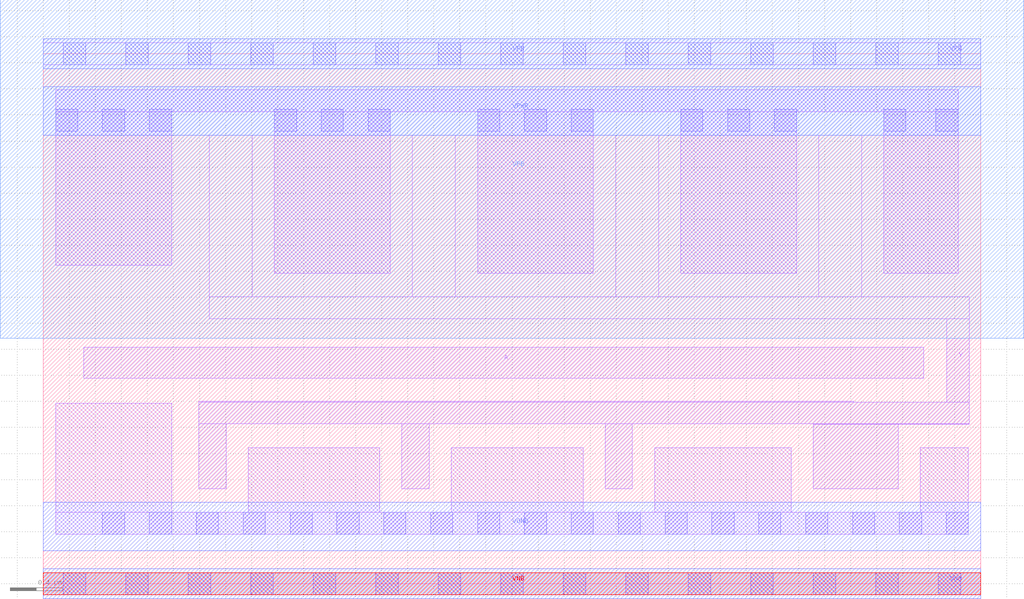
<source format=lef>
# Copyright 2020 The SkyWater PDK Authors
#
# Licensed under the Apache License, Version 2.0 (the "License");
# you may not use this file except in compliance with the License.
# You may obtain a copy of the License at
#
#     https://www.apache.org/licenses/LICENSE-2.0
#
# Unless required by applicable law or agreed to in writing, software
# distributed under the License is distributed on an "AS IS" BASIS,
# WITHOUT WARRANTIES OR CONDITIONS OF ANY KIND, either express or implied.
# See the License for the specific language governing permissions and
# limitations under the License.
#
# SPDX-License-Identifier: Apache-2.0

VERSION 5.7 ;
  NOWIREEXTENSIONATPIN ON ;
  DIVIDERCHAR "/" ;
  BUSBITCHARS "[]" ;
MACRO sky130_fd_sc_hvl__inv_8
  CLASS CORE ;
  FOREIGN sky130_fd_sc_hvl__inv_8 ;
  ORIGIN  0.000000  0.000000 ;
  SIZE  7.200000 BY  4.070000 ;
  SYMMETRY X Y ;
  SITE unithv ;
  PIN A
    ANTENNAGATEAREA  9.000000 ;
    DIRECTION INPUT ;
    USE SIGNAL ;
    PORT
      LAYER li1 ;
        RECT 0.310000 1.580000 6.760000 1.815000 ;
    END
  END A
  PIN Y
    ANTENNADIFFAREA  2.520000 ;
    DIRECTION OUTPUT ;
    USE SIGNAL ;
    PORT
      LAYER li1 ;
        RECT 1.195000 0.730000 1.405000 1.230000 ;
        RECT 1.195000 1.230000 7.110000 1.395000 ;
        RECT 1.195000 1.395000 6.225000 1.400000 ;
        RECT 1.275000 2.035000 7.110000 2.205000 ;
        RECT 1.275000 2.205000 1.605000 3.445000 ;
        RECT 2.755000 0.730000 2.965000 1.230000 ;
        RECT 2.835000 2.205000 3.165000 3.445000 ;
        RECT 4.315000 0.730000 4.525000 1.230000 ;
        RECT 4.395000 2.205000 4.725000 3.445000 ;
        RECT 5.915000 0.730000 6.565000 1.225000 ;
        RECT 5.915000 1.225000 7.110000 1.230000 ;
        RECT 5.955000 2.205000 6.285000 3.445000 ;
        RECT 6.940000 1.395000 7.110000 2.035000 ;
    END
  END Y
  PIN VGND
    DIRECTION INOUT ;
    USE GROUND ;
    PORT
      LAYER met1 ;
        RECT 0.000000 0.255000 7.200000 0.625000 ;
    END
  END VGND
  PIN VNB
    DIRECTION INOUT ;
    USE GROUND ;
    PORT
      LAYER li1 ;
        RECT 0.000000 -0.085000 7.200000 0.085000 ;
      LAYER mcon ;
        RECT 0.155000 -0.085000 0.325000 0.085000 ;
        RECT 0.635000 -0.085000 0.805000 0.085000 ;
        RECT 1.115000 -0.085000 1.285000 0.085000 ;
        RECT 1.595000 -0.085000 1.765000 0.085000 ;
        RECT 2.075000 -0.085000 2.245000 0.085000 ;
        RECT 2.555000 -0.085000 2.725000 0.085000 ;
        RECT 3.035000 -0.085000 3.205000 0.085000 ;
        RECT 3.515000 -0.085000 3.685000 0.085000 ;
        RECT 3.995000 -0.085000 4.165000 0.085000 ;
        RECT 4.475000 -0.085000 4.645000 0.085000 ;
        RECT 4.955000 -0.085000 5.125000 0.085000 ;
        RECT 5.435000 -0.085000 5.605000 0.085000 ;
        RECT 5.915000 -0.085000 6.085000 0.085000 ;
        RECT 6.395000 -0.085000 6.565000 0.085000 ;
        RECT 6.875000 -0.085000 7.045000 0.085000 ;
    END
    PORT
      LAYER met1 ;
        RECT 0.000000 -0.115000 7.200000 0.115000 ;
      LAYER pwell ;
        RECT 0.000000 -0.085000 7.200000 0.085000 ;
    END
  END VNB
  PIN VPB
    DIRECTION INOUT ;
    USE POWER ;
    PORT
      LAYER li1 ;
        RECT 0.000000 3.985000 7.200000 4.155000 ;
      LAYER mcon ;
        RECT 0.155000 3.985000 0.325000 4.155000 ;
        RECT 0.635000 3.985000 0.805000 4.155000 ;
        RECT 1.115000 3.985000 1.285000 4.155000 ;
        RECT 1.595000 3.985000 1.765000 4.155000 ;
        RECT 2.075000 3.985000 2.245000 4.155000 ;
        RECT 2.555000 3.985000 2.725000 4.155000 ;
        RECT 3.035000 3.985000 3.205000 4.155000 ;
        RECT 3.515000 3.985000 3.685000 4.155000 ;
        RECT 3.995000 3.985000 4.165000 4.155000 ;
        RECT 4.475000 3.985000 4.645000 4.155000 ;
        RECT 4.955000 3.985000 5.125000 4.155000 ;
        RECT 5.435000 3.985000 5.605000 4.155000 ;
        RECT 5.915000 3.985000 6.085000 4.155000 ;
        RECT 6.395000 3.985000 6.565000 4.155000 ;
        RECT 6.875000 3.985000 7.045000 4.155000 ;
    END
    PORT
      LAYER met1 ;
        RECT 0.000000 3.955000 7.200000 4.185000 ;
      LAYER nwell ;
        RECT -0.330000 1.885000 7.530000 4.485000 ;
    END
  END VPB
  PIN VPWR
    DIRECTION INOUT ;
    USE POWER ;
    PORT
      LAYER met1 ;
        RECT 0.000000 3.445000 7.200000 3.815000 ;
    END
  END VPWR
  OBS
    LAYER li1 ;
      RECT 0.095000 0.380000 7.105000 0.550000 ;
      RECT 0.095000 0.550000 0.985000 1.385000 ;
      RECT 0.095000 2.445000 0.985000 3.625000 ;
      RECT 0.095000 3.625000 7.025000 3.795000 ;
      RECT 1.575000 0.550000 2.585000 1.045000 ;
      RECT 1.775000 2.385000 2.665000 3.625000 ;
      RECT 3.135000 0.550000 4.145000 1.045000 ;
      RECT 3.335000 2.385000 4.225000 3.625000 ;
      RECT 4.695000 0.550000 5.745000 1.045000 ;
      RECT 4.895000 2.385000 5.785000 3.625000 ;
      RECT 6.455000 2.385000 7.025000 3.625000 ;
      RECT 6.735000 0.550000 7.105000 1.045000 ;
    LAYER mcon ;
      RECT 0.095000 3.475000 0.265000 3.645000 ;
      RECT 0.455000 0.380000 0.625000 0.550000 ;
      RECT 0.455000 3.475000 0.625000 3.645000 ;
      RECT 0.815000 0.380000 0.985000 0.550000 ;
      RECT 0.815000 3.475000 0.985000 3.645000 ;
      RECT 1.175000 0.380000 1.345000 0.550000 ;
      RECT 1.535000 0.380000 1.705000 0.550000 ;
      RECT 1.775000 3.475000 1.945000 3.645000 ;
      RECT 1.895000 0.380000 2.065000 0.550000 ;
      RECT 2.135000 3.475000 2.305000 3.645000 ;
      RECT 2.255000 0.380000 2.425000 0.550000 ;
      RECT 2.495000 3.475000 2.665000 3.645000 ;
      RECT 2.615000 0.380000 2.785000 0.550000 ;
      RECT 2.975000 0.380000 3.145000 0.550000 ;
      RECT 3.335000 0.380000 3.505000 0.550000 ;
      RECT 3.335000 3.475000 3.505000 3.645000 ;
      RECT 3.695000 0.380000 3.865000 0.550000 ;
      RECT 3.695000 3.475000 3.865000 3.645000 ;
      RECT 4.055000 0.380000 4.225000 0.550000 ;
      RECT 4.055000 3.475000 4.225000 3.645000 ;
      RECT 4.415000 0.380000 4.585000 0.550000 ;
      RECT 4.775000 0.380000 4.945000 0.550000 ;
      RECT 4.895000 3.475000 5.065000 3.645000 ;
      RECT 5.135000 0.380000 5.305000 0.550000 ;
      RECT 5.255000 3.475000 5.425000 3.645000 ;
      RECT 5.495000 0.380000 5.665000 0.550000 ;
      RECT 5.615000 3.475000 5.785000 3.645000 ;
      RECT 5.855000 0.380000 6.025000 0.550000 ;
      RECT 6.215000 0.380000 6.385000 0.550000 ;
      RECT 6.455000 3.475000 6.625000 3.645000 ;
      RECT 6.575000 0.380000 6.745000 0.550000 ;
      RECT 6.855000 3.475000 7.025000 3.645000 ;
      RECT 6.935000 0.380000 7.105000 0.550000 ;
  END
END sky130_fd_sc_hvl__inv_8
END LIBRARY

</source>
